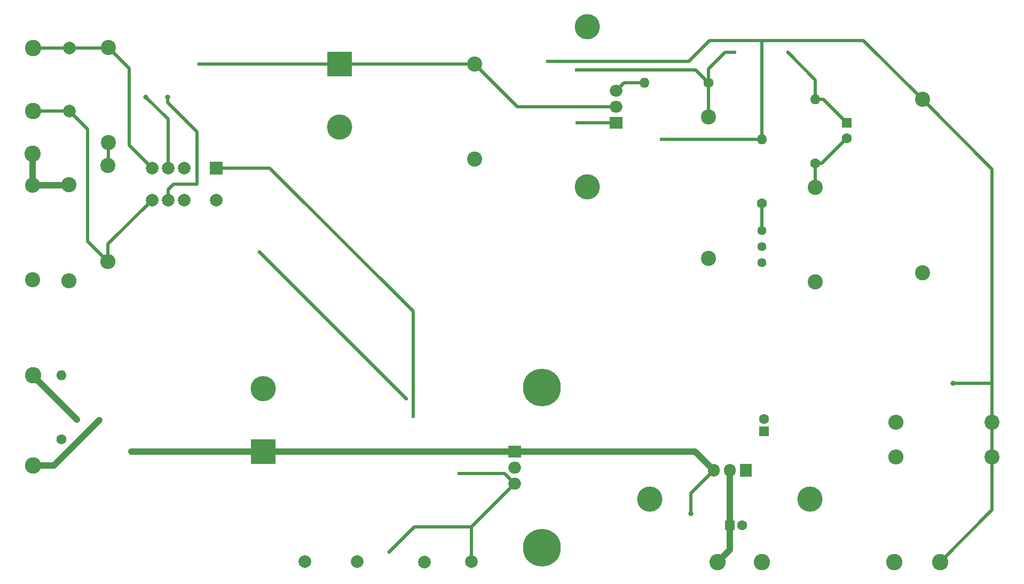
<source format=gbr>
G04 #@! TF.GenerationSoftware,KiCad,Pcbnew,(5.1.10-1-10_14)*
G04 #@! TF.CreationDate,2021-09-02T12:48:23+02:00*
G04 #@! TF.ProjectId,hv-power-supply,68762d70-6f77-4657-922d-737570706c79,rev?*
G04 #@! TF.SameCoordinates,Original*
G04 #@! TF.FileFunction,Copper,L2,Bot*
G04 #@! TF.FilePolarity,Positive*
%FSLAX46Y46*%
G04 Gerber Fmt 4.6, Leading zero omitted, Abs format (unit mm)*
G04 Created by KiCad (PCBNEW (5.1.10-1-10_14)) date 2021-09-02 12:48:23*
%MOMM*%
%LPD*%
G01*
G04 APERTURE LIST*
G04 #@! TA.AperFunction,ComponentPad*
%ADD10O,1.600000X1.600000*%
G04 #@! TD*
G04 #@! TA.AperFunction,ComponentPad*
%ADD11C,1.600000*%
G04 #@! TD*
G04 #@! TA.AperFunction,ComponentPad*
%ADD12O,2.400000X2.400000*%
G04 #@! TD*
G04 #@! TA.AperFunction,ComponentPad*
%ADD13C,2.400000*%
G04 #@! TD*
G04 #@! TA.AperFunction,ComponentPad*
%ADD14C,2.000000*%
G04 #@! TD*
G04 #@! TA.AperFunction,ComponentPad*
%ADD15R,2.000000X2.000000*%
G04 #@! TD*
G04 #@! TA.AperFunction,ComponentPad*
%ADD16C,2.600000*%
G04 #@! TD*
G04 #@! TA.AperFunction,ComponentPad*
%ADD17C,6.000000*%
G04 #@! TD*
G04 #@! TA.AperFunction,ComponentPad*
%ADD18C,4.000000*%
G04 #@! TD*
G04 #@! TA.AperFunction,ComponentPad*
%ADD19R,4.000000X4.000000*%
G04 #@! TD*
G04 #@! TA.AperFunction,ComponentPad*
%ADD20R,1.600000X1.600000*%
G04 #@! TD*
G04 #@! TA.AperFunction,ComponentPad*
%ADD21O,2.000000X1.905000*%
G04 #@! TD*
G04 #@! TA.AperFunction,ComponentPad*
%ADD22R,2.000000X1.905000*%
G04 #@! TD*
G04 #@! TA.AperFunction,ComponentPad*
%ADD23O,1.905000X2.000000*%
G04 #@! TD*
G04 #@! TA.AperFunction,ComponentPad*
%ADD24R,1.905000X2.000000*%
G04 #@! TD*
G04 #@! TA.AperFunction,ComponentPad*
%ADD25C,1.440000*%
G04 #@! TD*
G04 #@! TA.AperFunction,ViaPad*
%ADD26C,1.000000*%
G04 #@! TD*
G04 #@! TA.AperFunction,ViaPad*
%ADD27C,0.600000*%
G04 #@! TD*
G04 #@! TA.AperFunction,ViaPad*
%ADD28C,0.800000*%
G04 #@! TD*
G04 #@! TA.AperFunction,Conductor*
%ADD29C,1.000000*%
G04 #@! TD*
G04 #@! TA.AperFunction,Conductor*
%ADD30C,0.500000*%
G04 #@! TD*
G04 #@! TA.AperFunction,Conductor*
%ADD31C,0.250000*%
G04 #@! TD*
G04 APERTURE END LIST*
D10*
X151257000Y-72263000D03*
D11*
X161417000Y-72263000D03*
D12*
X191135000Y-126111000D03*
D13*
X206375000Y-126111000D03*
D12*
X191135000Y-131635500D03*
D13*
X206375000Y-131635500D03*
D10*
X58801000Y-118681500D03*
D11*
X58801000Y-128841500D03*
D12*
X66167000Y-100647500D03*
D13*
X66167000Y-85407500D03*
D12*
X59944000Y-103695500D03*
D13*
X59944000Y-88455500D03*
D14*
X73152000Y-85788500D03*
X73152000Y-90868500D03*
X78232000Y-85788500D03*
D15*
X83312000Y-85788500D03*
D14*
X78232000Y-90868500D03*
X83312000Y-90868500D03*
X75692000Y-85788500D03*
X75692000Y-90868500D03*
D16*
X54229000Y-83566000D03*
X54292500Y-76771500D03*
X54292500Y-66802000D03*
X54292500Y-118681500D03*
X54292500Y-132969000D03*
D17*
X135026400Y-145999200D03*
X135026400Y-120599200D03*
D18*
X142176500Y-63373000D03*
X142176500Y-88773000D03*
X90805000Y-120810000D03*
D19*
X90805000Y-130810000D03*
D13*
X178308000Y-103836500D03*
X178308000Y-88836500D03*
X66230500Y-66724500D03*
X66230500Y-81724500D03*
D14*
X60071000Y-66771500D03*
X60071000Y-76771500D03*
D13*
X54229000Y-103519000D03*
X54229000Y-88519000D03*
D18*
X102870000Y-79342000D03*
D19*
X102870000Y-69342000D03*
D11*
X166782500Y-142494000D03*
D20*
X164782500Y-142494000D03*
D21*
X130708400Y-135890000D03*
X130708400Y-133350000D03*
D22*
X130708400Y-130810000D03*
D10*
X169862500Y-81280000D03*
D11*
X169862500Y-91440000D03*
D10*
X178371500Y-74866500D03*
D11*
X178371500Y-85026500D03*
D18*
X152082500Y-138303000D03*
X177482500Y-138303000D03*
D13*
X195326000Y-102430000D03*
X195326000Y-74930000D03*
D11*
X183324500Y-81089500D03*
D20*
X183324500Y-78589500D03*
D13*
X161417000Y-100160500D03*
X161417000Y-77660500D03*
D14*
X116357400Y-148336000D03*
X123850400Y-148234400D03*
X97434400Y-148234400D03*
X105740200Y-148234400D03*
D23*
X162242500Y-133731000D03*
X164782500Y-133731000D03*
D24*
X167322500Y-133731000D03*
D16*
X169849800Y-148272500D03*
X162877500Y-148272500D03*
D11*
X170205400Y-125584200D03*
D20*
X170205400Y-127584200D03*
D16*
X190881000Y-148272500D03*
D25*
X169862500Y-100838000D03*
X169862500Y-98298000D03*
X169862500Y-95758000D03*
D21*
X146748500Y-73533000D03*
X146748500Y-76073000D03*
D22*
X146748500Y-78613000D03*
D16*
X198120000Y-148272500D03*
D13*
X124333000Y-84342000D03*
X124333000Y-69342000D03*
D26*
X61277500Y-125730000D03*
D27*
X80645000Y-69342000D03*
X165544500Y-67437000D03*
X140462000Y-70231000D03*
X173990000Y-67437000D03*
X140589000Y-78613000D03*
D28*
X158623000Y-140614400D03*
D26*
X69850000Y-130810000D03*
D28*
X72199500Y-74549000D03*
D27*
X90170000Y-99123500D03*
X113474500Y-122428000D03*
X169862500Y-65595500D03*
D28*
X200215500Y-119951500D03*
D27*
X153987500Y-81280000D03*
X135953500Y-68897500D03*
D26*
X64850000Y-125746500D03*
D27*
X121856500Y-134239000D03*
X110807500Y-146685000D03*
X114554000Y-125158500D03*
D28*
X75645000Y-74596000D03*
D29*
X54292500Y-118745000D02*
X61277500Y-125730000D01*
X54292500Y-118681500D02*
X54292500Y-118745000D01*
X54229000Y-83566000D02*
X54229000Y-88519000D01*
X59880500Y-88519000D02*
X59944000Y-88455500D01*
X54229000Y-88519000D02*
X59880500Y-88519000D01*
D30*
X102870000Y-69342000D02*
X80645000Y-69342000D01*
X102870000Y-69342000D02*
X124333000Y-69342000D01*
X131064000Y-76073000D02*
X124333000Y-69342000D01*
X146748500Y-76073000D02*
X131064000Y-76073000D01*
X161417000Y-77660500D02*
X161417000Y-72263000D01*
X165544500Y-67437000D02*
X164020500Y-67437000D01*
X161417000Y-70040500D02*
X161417000Y-72263000D01*
X164020500Y-67437000D02*
X161417000Y-70040500D01*
X159385000Y-70231000D02*
X140462000Y-70231000D01*
X161417000Y-72263000D02*
X159385000Y-70231000D01*
X179601500Y-74866500D02*
X183324500Y-78589500D01*
X178371500Y-74866500D02*
X179601500Y-74866500D01*
X178371500Y-71818500D02*
X173990000Y-67437000D01*
X178371500Y-74866500D02*
X178371500Y-71818500D01*
D31*
X146748500Y-73533000D02*
X146875500Y-73533000D01*
D30*
X148018500Y-72263000D02*
X146748500Y-73533000D01*
X151257000Y-72263000D02*
X148018500Y-72263000D01*
X146748500Y-78613000D02*
X140589000Y-78613000D01*
X54292500Y-76771500D02*
X60071000Y-76771500D01*
X60071000Y-76771500D02*
X62928500Y-79629000D01*
X62928500Y-97409000D02*
X66167000Y-100647500D01*
X62928500Y-79629000D02*
X62928500Y-97409000D01*
X66167000Y-97853500D02*
X73152000Y-90868500D01*
X66167000Y-100647500D02*
X66167000Y-97853500D01*
X158623000Y-137350500D02*
X162242500Y-133731000D01*
X158623000Y-140614400D02*
X158623000Y-137350500D01*
D29*
X130708400Y-130810000D02*
X90805000Y-130810000D01*
X159321500Y-130810000D02*
X162242500Y-133731000D01*
X130708400Y-130810000D02*
X159321500Y-130810000D01*
X90805000Y-130810000D02*
X69850000Y-130810000D01*
X164782500Y-133731000D02*
X164782500Y-142494000D01*
X164782500Y-146367500D02*
X162877500Y-148272500D01*
X164782500Y-142494000D02*
X164782500Y-146367500D01*
D30*
X75692000Y-85788500D02*
X75692000Y-78041500D01*
X75692000Y-78041500D02*
X72199500Y-74549000D01*
X90170000Y-99123500D02*
X113474500Y-122428000D01*
X169862500Y-95758000D02*
X169862500Y-91440000D01*
X179387500Y-85026500D02*
X178371500Y-85026500D01*
X183324500Y-81089500D02*
X179387500Y-85026500D01*
X178308000Y-85090000D02*
X178371500Y-85026500D01*
X178308000Y-88836500D02*
X178308000Y-85090000D01*
X169862500Y-81280000D02*
X169862500Y-65595500D01*
X185991500Y-65595500D02*
X169862500Y-65595500D01*
X195326000Y-74930000D02*
X185991500Y-65595500D01*
X206375000Y-85979000D02*
X195326000Y-74930000D01*
X206375000Y-131635500D02*
X206375000Y-126111000D01*
X206375000Y-140017500D02*
X198120000Y-148272500D01*
X206375000Y-131635500D02*
X206375000Y-140017500D01*
X200215500Y-119951500D02*
X206375000Y-119951500D01*
X206375000Y-119951500D02*
X206375000Y-85979000D01*
X206375000Y-126111000D02*
X206375000Y-119951500D01*
X169862500Y-81280000D02*
X153987500Y-81280000D01*
X135953500Y-68897500D02*
X158242000Y-68897500D01*
X161544000Y-65595500D02*
X169862500Y-65595500D01*
X158242000Y-68897500D02*
X161544000Y-65595500D01*
D29*
X57627500Y-132969000D02*
X64850000Y-125746500D01*
X54292500Y-132969000D02*
X57627500Y-132969000D01*
D30*
X60040500Y-66802000D02*
X60071000Y-66771500D01*
X54292500Y-66802000D02*
X60040500Y-66802000D01*
X66183500Y-66771500D02*
X66230500Y-66724500D01*
X60071000Y-66771500D02*
X66183500Y-66771500D01*
X73152000Y-85788500D02*
X69532500Y-82169000D01*
X69532500Y-70026500D02*
X66230500Y-66724500D01*
X69532500Y-82169000D02*
X69532500Y-70026500D01*
X66230500Y-85344000D02*
X66167000Y-85407500D01*
X66230500Y-81724500D02*
X66230500Y-85344000D01*
X123850400Y-142748000D02*
X130708400Y-135890000D01*
X123850400Y-148234400D02*
X123850400Y-142748000D01*
X129057400Y-134239000D02*
X130708400Y-135890000D01*
X121856500Y-134239000D02*
X129057400Y-134239000D01*
X114744500Y-142748000D02*
X110807500Y-146685000D01*
X123850400Y-142748000D02*
X114744500Y-142748000D01*
X83312000Y-85788500D02*
X91821000Y-85788500D01*
X114554000Y-108521500D02*
X114554000Y-125158500D01*
X91821000Y-85788500D02*
X114554000Y-108521500D01*
X75692000Y-90868500D02*
X75692000Y-89217500D01*
X75692000Y-89217500D02*
X76581000Y-88328500D01*
X76581000Y-88328500D02*
X80264000Y-88328500D01*
X80264000Y-80040502D02*
X75645000Y-75421502D01*
X75645000Y-75421502D02*
X75645000Y-74596000D01*
X80264000Y-88328500D02*
X80264000Y-80040502D01*
M02*

</source>
